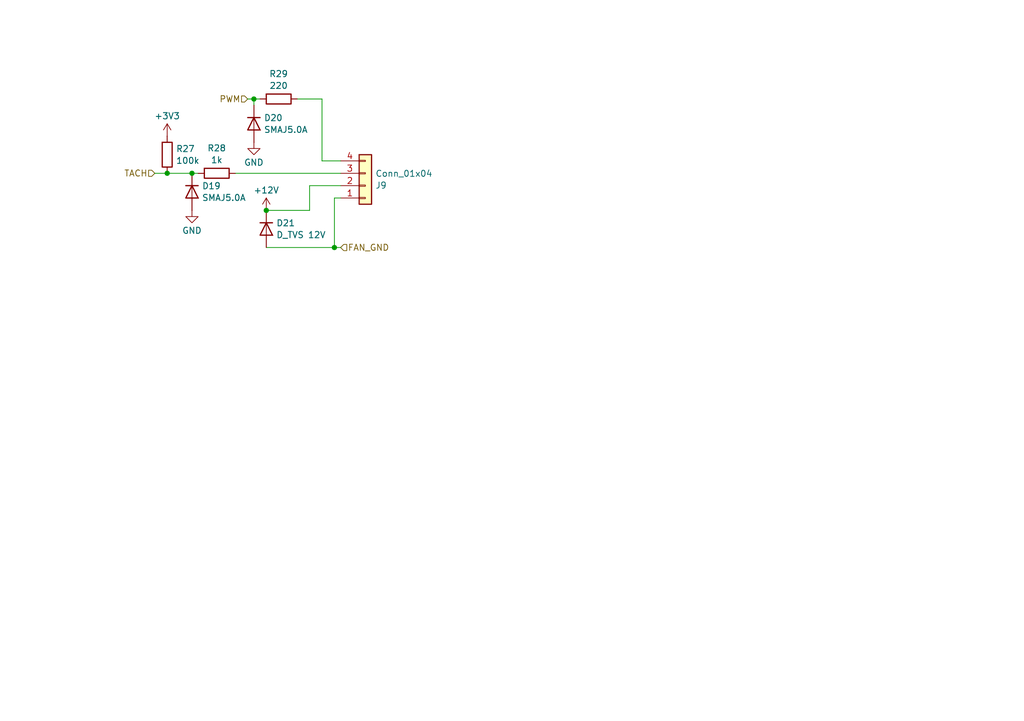
<source format=kicad_sch>
(kicad_sch (version 20231120) (generator "eeschema") (generator_version "8.0")
  (paper "A5")
  (lib_symbols
    (symbol "Connector_Generic:Conn_01x04" (pin_names (offset 1.016) hide)
      (property "Reference" "J" (at 0 5.08 0))
      (property "Value" "Conn_01x04" (at 0 -7.62 0))
      (symbol "Conn_01x04_1_1"
        (rectangle (start -1.27 -4.953) (end 0 -5.207) (stroke (width 0.1524)))
        (rectangle (start -1.27 -2.413) (end 0 -2.667) (stroke (width 0.1524)))
        (rectangle (start -1.27 0.127) (end 0 -0.127) (stroke (width 0.1524)))
        (rectangle (start -1.27 2.667) (end 0 2.413) (stroke (width 0.1524)))
        (rectangle (start -1.27 3.81) (end 1.27 -6.35) (stroke (width 0.254)) (fill (type background)))
        (pin passive line (at -5.08 2.54 0) (length 3.81) (name "Pin_1") (number "1"))
        (pin passive line (at -5.08 0 0) (length 3.81) (name "Pin_2") (number "2"))
        (pin passive line (at -5.08 -2.54 0) (length 3.81) (name "Pin_3") (number "3"))
        (pin passive line (at -5.08 -5.08 0) (length 3.81) (name "Pin_4") (number "4"))
      )
    )
    (symbol "Device:D" (pin_numbers hide) (pin_names (offset 1.016) hide)
      (property "Reference" "D" (at 0 2.54 0))
      (property "Value" "D" (at 0 -2.54 0))
      (symbol "D_0_1"
        (polyline (pts (xy -1.27 1.27) (xy -1.27 -1.27)) (stroke (width 0.254)))
        (polyline (pts (xy 1.27 0) (xy -1.27 0)))
        (polyline (pts (xy 1.27 1.27) (xy 1.27 -1.27) (xy -1.27 0) (xy 1.27 1.27)) (stroke (width 0.254)))
      )
      (symbol "D_1_1"
        (pin passive line (at -3.81 0 0) (length 2.54) (name "K") (number "1"))
        (pin passive line (at 3.81 0 180) (length 2.54) (name "A") (number "2"))
      )
    )
    (symbol "Device:R" (pin_numbers hide) (pin_names (offset 0))
      (property "Reference" "R" (at 2.032 0 90))
      (property "Value" "R" (at 0 0 90))
      (symbol "R_0_1"
        (rectangle (start -1.016 -2.54) (end 1.016 2.54) (stroke (width 0.254)))
      )
      (symbol "R_1_1"
        (pin passive line (at 0 3.81 270) (length 1.27) (name "~") (number "1"))
        (pin passive line (at 0 -3.81 90) (length 1.27) (name "~") (number "2"))
      )
    )
    (symbol "power:+12V" (power) (pin_numbers hide) (pin_names (offset 0) hide)
      (property "Value" "+12V" (at 0 3.556 0))
      (symbol "+12V_0_1"
        (polyline (pts (xy -0.762 1.27) (xy 0 2.54)))
        (polyline (pts (xy 0 0) (xy 0 2.54)))
        (polyline (pts (xy 0 2.54) (xy 0.762 1.27)))
      )
      (symbol "+12V_1_1"
        (pin power_in line (at 0 0 90) (length 0) (name "~") (number "1"))
      )
    )
    (symbol "power:+3V3" (power) (pin_numbers hide) (pin_names (offset 0) hide)
      (property "Value" "+3V3" (at 0 3.556 0))
      (symbol "+3V3_0_1"
        (polyline (pts (xy -0.762 1.27) (xy 0 2.54)))
        (polyline (pts (xy 0 0) (xy 0 2.54)))
        (polyline (pts (xy 0 2.54) (xy 0.762 1.27)))
      )
      (symbol "+3V3_1_1"
        (pin power_in line (at 0 0 90) (length 0) (name "~") (number "1"))
      )
    )
    (symbol "power:GND" (power) (pin_numbers hide) (pin_names (offset 0) hide)
      (property "Value" "GND" (at 0 -3.81 0))
      (symbol "GND_0_1"
        (polyline (pts (xy 0 0) (xy 0 -1.27) (xy 1.27 -1.27) (xy 0 -2.54) (xy -1.27 -1.27) (xy 0 -1.27)))
      )
      (symbol "GND_1_1"
        (pin power_in line (at 0 0 270) (length 0) (name "~") (number "1"))
      )
    )
  )
  (junction (at 52.07 20.32))
  (junction (at 68.58 50.8))
  (junction (at 34.29 35.56))
  (junction (at 54.61 43.18))
  (junction (at 39.37 35.56))
  (wire (pts (xy 63.5 38.1) (xy 69.85 38.1)))
  (wire (pts (xy 68.58 50.8) (xy 54.61 50.8)))
  (wire (pts (xy 39.37 35.56) (xy 40.64 35.56)))
  (wire (pts (xy 68.58 50.8) (xy 69.85 50.8)))
  (wire (pts (xy 68.58 40.64) (xy 69.85 40.64)))
  (wire (pts (xy 48.26 35.56) (xy 69.85 35.56)))
  (wire (pts (xy 31.75 35.56) (xy 34.29 35.56)))
  (wire (pts (xy 66.04 20.32) (xy 66.04 33.02)))
  (wire (pts (xy 52.07 21.59) (xy 52.07 20.32)))
  (wire (pts (xy 50.8 20.32) (xy 52.07 20.32)))
  (wire (pts (xy 68.58 40.64) (xy 68.58 50.8)))
  (wire (pts (xy 60.96 20.32) (xy 66.04 20.32)))
  (wire (pts (xy 54.61 43.18) (xy 63.5 43.18)))
  (wire (pts (xy 52.07 20.32) (xy 53.34 20.32)))
  (wire (pts (xy 66.04 33.02) (xy 69.85 33.02)))
  (wire (pts (xy 34.29 35.56) (xy 39.37 35.56)))
  (wire (pts (xy 63.5 43.18) (xy 63.5 38.1)))
  (hierarchical_label "FAN_GND" (shape input) (at 69.85 50.8 0))
  (hierarchical_label "TACH" (shape input) (at 31.75 35.56 180))
  (hierarchical_label "PWM" (shape input) (at 50.8 20.32 180))
  (symbol (lib_id "Device:D") (at 52.07 25.4 270) (unit 1)
    (property "Reference" "D6" (at 54.102 24.1878 90) (effects (justify left)))
    (property "Value" "SMAJ5.0A" (at 54.102 26.6121 90) (effects (justify left)))
    (property "Footprint" "Diode_SMD:D_SMA" (effects (hide yes)))
    (property "Description" "Diode" (effects (hide yes)))
    (property "Sim.Device" "D" (effects (hide yes)))
    (property "Sim.Pins" "1=K 2=A" (effects (hide yes)))
    (property "MPN" "SMAJ5.0A" (effects (hide yes)))
    (property "LCSC" "C113952" (effects (hide yes)))
    (instances (project "air-filter-controller" (path "" (reference "D20") (unit 1)) (path "" (reference "D17") (unit 1)) (path "" (reference "D14") (unit 1)) (path "" (reference "D26") (unit 1)) (path "" (reference "D11") (unit 1)) (path "" (reference "D8") (unit 1)) (path "" (reference "D6") (unit 1)) (path "" (reference "D29") (unit 1)) (path "" (reference "D23") (unit 1))))
  )
  (symbol (lib_id "Connector_Generic:Conn_01x04") (at 74.93 38.1 0) (mirror x) (unit 1)
    (property "Reference" "J5" (at 76.962 38.0422 0) (effects (justify left)))
    (property "Value" "Conn_01x04" (at 76.962 35.6179 0) (effects (justify left)))
    (property "Description" "Generic connector, single row, 01x04, script generated (kicad-library-utils/schlib/autogen/connector/)" (effects (hide yes)))
    (property "LCSC" "C240840" (effects (hide yes)))
    (property "MPN" "470531000" (effects (hide yes)))
    (instances (project "air-filter-controller" (path "" (reference "J9") (unit 1)) (path "" (reference "J8") (unit 1)) (path "" (reference "J7") (unit 1)) (path "" (reference "J11") (unit 1)) (path "" (reference "J6") (unit 1)) (path "" (reference "J3") (unit 1)) (path "" (reference "J5") (unit 1)) (path "" (reference "J12") (unit 1)) (path "" (reference "J10") (unit 1))))
  )
  (symbol (lib_id "Device:R") (at 34.29 31.75 180) (unit 1)
    (property "Reference" "R15" (at 36.068 30.5378 0) (effects (justify right)))
    (property "Value" "100k" (at 36.068 32.9621 0) (effects (justify right)))
    (property "Footprint" "Resistor_SMD:R_0603_1608Metric_Pad0.98x0.95mm_HandSolder" (effects (hide yes)))
    (property "Description" "Resistor" (effects (hide yes)))
    (property "LCSC" "C25803" (effects (hide yes)))
    (instances (project "air-filter-controller" (path "" (reference "R27") (unit 1)) (path "" (reference "R24") (unit 1)) (path "" (reference "R21") (unit 1)) (path "" (reference "R33") (unit 1)) (path "" (reference "R18") (unit 1)) (path "" (reference "R12") (unit 1)) (path "" (reference "R15") (unit 1)) (path "" (reference "R36") (unit 1)) (path "" (reference "R30") (unit 1))))
  )
  (symbol (lib_id "Device:R") (at 44.45 35.56 90) (unit 1)
    (property "Reference" "R13" (at 44.45 30.3995 90))
    (property "Value" "1k" (at 44.45 32.8238 90))
    (property "Footprint" "Resistor_SMD:R_0402_1005Metric" (effects (hide yes)))
    (property "Description" "Resistor" (effects (hide yes)))
    (property "LCSC" "C11702" (effects (hide yes)))
    (instances (project "air-filter-controller" (path "" (reference "R28") (unit 1)) (path "" (reference "R25") (unit 1)) (path "" (reference "R22") (unit 1)) (path "" (reference "R34") (unit 1)) (path "" (reference "R19") (unit 1)) (path "" (reference "R16") (unit 1)) (path "" (reference "R13") (unit 1)) (path "" (reference "R37") (unit 1)) (path "" (reference "R31") (unit 1))))
  )
  (symbol (lib_id "Device:R") (at 57.15 20.32 90) (unit 1)
    (property "Reference" "R14" (at 57.15 15.1595 90))
    (property "Value" "220" (at 57.15 17.5838 90))
    (property "Footprint" "Resistor_SMD:R_0603_1608Metric" (effects (hide yes)))
    (property "Description" "Resistor" (effects (hide yes)))
    (property "LCSC" "C22962" (effects (hide yes)))
    (instances (project "air-filter-controller" (path "" (reference "R29") (unit 1)) (path "" (reference "R26") (unit 1)) (path "" (reference "R23") (unit 1)) (path "" (reference "R35") (unit 1)) (path "" (reference "R20") (unit 1)) (path "" (reference "R17") (unit 1)) (path "" (reference "R14") (unit 1)) (path "" (reference "R38") (unit 1)) (path "" (reference "R32") (unit 1))))
  )
  (symbol (lib_id "Device:D") (at 54.61 46.99 270) (unit 1)
    (property "Reference" "D4" (at 56.642 45.7778 90) (effects (justify left)))
    (property "Value" "D_TVS 12V" (at 56.642 48.2021 90) (effects (justify left)))
    (property "Footprint" "Diode_SMD:D_SMA" (effects (hide yes)))
    (property "Description" "Diode" (effects (hide yes)))
    (property "Sim.Device" "D" (effects (hide yes)))
    (property "Sim.Pins" "1=K 2=A" (effects (hide yes)))
    (property "MPN" "SMAJ12A-E3/61" (effects (hide yes)))
    (property "LCSC" "C89613" (effects (hide yes)))
    (instances (project "air-filter-controller" (path "" (reference "D21") (unit 1)) (path "" (reference "D18") (unit 1)) (path "" (reference "D15") (unit 1)) (path "" (reference "D27") (unit 1)) (path "" (reference "D12") (unit 1)) (path "" (reference "D9") (unit 1)) (path "" (reference "D4") (unit 1)) (path "" (reference "D30") (unit 1)) (path "" (reference "D24") (unit 1))))
  )
  (symbol (lib_id "power:+12V") (at 54.61 43.18 0) (unit 1)
    (property "Reference" "#PWR032" (effects (hide yes)))
    (property "Value" "+12V" (at 54.61 39.0469 0))
    (property "Description" "Power symbol creates a global label with name \"+12V\"" (effects (hide yes)))
    (instances (project "" (path "" (reference "#PWR052") (unit 1)) (path "" (reference "#PWR048") (unit 1)) (path "" (reference "#PWR044") (unit 1)) (path "" (reference "#PWR060") (unit 1)) (path "" (reference "#PWR040") (unit 1)) (path "" (reference "#PWR036") (unit 1)) (path "" (reference "#PWR032") (unit 1)) (path "" (reference "#PWR068") (unit 1)) (path "" (reference "#PWR056") (unit 1))))
  )
  (symbol (lib_id "power:GND") (at 39.37 43.18 0) (unit 1)
    (property "Reference" "#PWR029" (effects (hide yes)))
    (property "Value" "GND" (at 39.37 47.3131 0))
    (property "Description" "Power symbol creates a global label with name \"GND\" , ground" (effects (hide yes)))
    (instances (project "air-filter-controller" (path "" (reference "#PWR046") (unit 1)) (path "" (reference "#PWR042") (unit 1)) (path "" (reference "#PWR038") (unit 1)) (path "" (reference "#PWR054") (unit 1)) (path "" (reference "#PWR034") (unit 1)) (path "" (reference "#PWR030") (unit 1)) (path "" (reference "#PWR029") (unit 1)) (path "" (reference "#PWR058") (unit 1)) (path "" (reference "#PWR050") (unit 1))))
  )
  (symbol (lib_id "power:GND") (at 52.07 29.21 0) (unit 1)
    (property "Reference" "#PWR028" (effects (hide yes)))
    (property "Value" "GND" (at 52.07 33.3431 0))
    (property "Description" "Power symbol creates a global label with name \"GND\" , ground" (effects (hide yes)))
    (instances (project "air-filter-controller" (path "" (reference "#PWR047") (unit 1)) (path "" (reference "#PWR043") (unit 1)) (path "" (reference "#PWR039") (unit 1)) (path "" (reference "#PWR055") (unit 1)) (path "" (reference "#PWR035") (unit 1)) (path "" (reference "#PWR031") (unit 1)) (path "" (reference "#PWR028") (unit 1)) (path "" (reference "#PWR059") (unit 1)) (path "" (reference "#PWR051") (unit 1))))
  )
  (symbol (lib_id "Device:D") (at 39.37 39.37 270) (unit 1)
    (property "Reference" "D5" (at 41.402 38.1578 90) (effects (justify left)))
    (property "Value" "SMAJ5.0A" (at 41.402 40.5821 90) (effects (justify left)))
    (property "Footprint" "Diode_SMD:D_SMA" (effects (hide yes)))
    (property "Description" "Diode" (effects (hide yes)))
    (property "Sim.Device" "D" (effects (hide yes)))
    (property "Sim.Pins" "1=K 2=A" (effects (hide yes)))
    (property "MPN" "SMAJ5.0A" (effects (hide yes)))
    (property "LCSC" "C113952" (effects (hide yes)))
    (instances (project "air-filter-controller" (path "" (reference "D19") (unit 1)) (path "" (reference "D16") (unit 1)) (path "" (reference "D13") (unit 1)) (path "" (reference "D25") (unit 1)) (path "" (reference "D10") (unit 1)) (path "" (reference "D7") (unit 1)) (path "" (reference "D5") (unit 1)) (path "" (reference "D28") (unit 1)) (path "" (reference "D22") (unit 1))))
  )
  (symbol (lib_id "power:+3V3") (at 34.29 27.94 0) (unit 1)
    (property "Reference" "#PWR026" (effects (hide yes)))
    (property "Value" "+3V3" (at 34.29 23.8069 0))
    (property "Description" "Power symbol creates a global label with name \"+3V3\"" (effects (hide yes)))
    (instances (project "" (path "" (reference "#PWR049") (unit 1)) (path "" (reference "#PWR045") (unit 1)) (path "" (reference "#PWR041") (unit 1)) (path "" (reference "#PWR057") (unit 1)) (path "" (reference "#PWR037") (unit 1)) (path "" (reference "#PWR033") (unit 1)) (path "" (reference "#PWR026") (unit 1)) (path "" (reference "#PWR067") (unit 1)) (path "" (reference "#PWR053") (unit 1))))
  )
)
</source>
